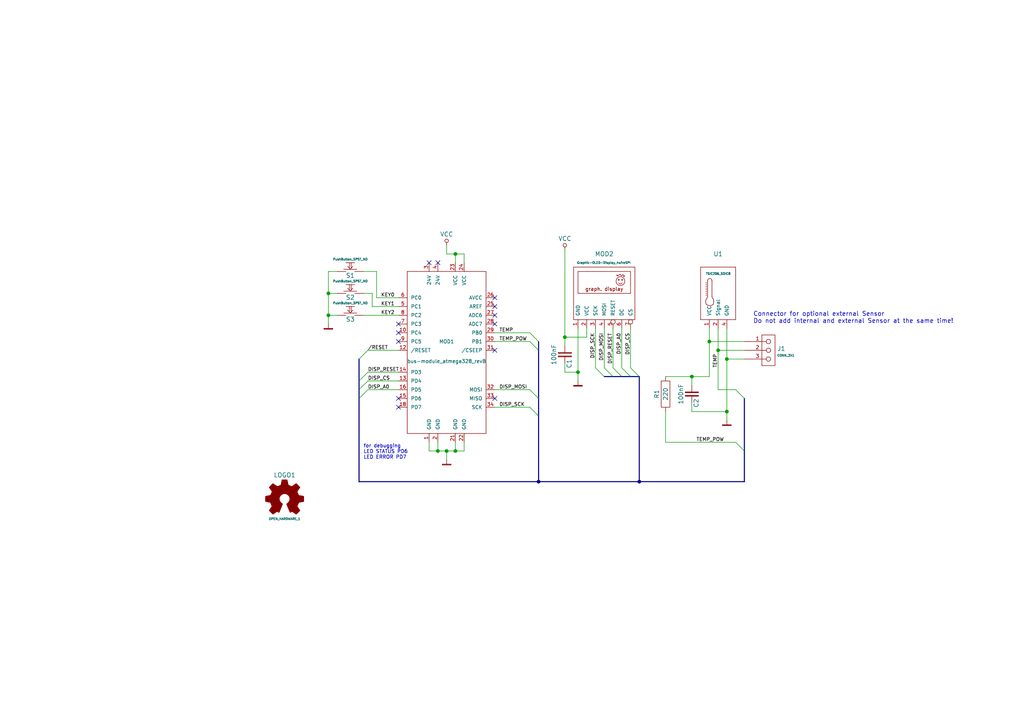
<source format=kicad_sch>
(kicad_sch (version 20211123) (generator eeschema)
  (paper "A4")
  (title_block (title "roomthermostat") (date "2023-10-14") (rev "C") (company "koewiba"))
  (lib_symbols
    (symbol "connectors:CONN_3X1" (pin_names (offset 1.016) hide)
      (property "Reference" "J" (at 1.905 5.715 0))
      (property "Value" "CONN_3X1" (at 4.445 0 90))
      (symbol "CONN_3X1_0_1"
        (rectangle (start 0 4.445) (end 3.81 -4.445))
      )
      (symbol "CONN_3X1_1_1"
        (pin passive inverted (at -5.08 2.54 0) (length 7.62) (name "1") (number "1"))
        (pin passive inverted (at -5.08 0 0) (length 7.62) (name "2") (number "2"))
        (pin input inverted (at -5.08 -2.54 0) (length 7.62) (name "3") (number "3"))
      )
    )
    (symbol "display:Graphic-OLED-Display_4wireSPI" (pin_names (offset 1.016))
      (property "Reference" "MOD" (at -0.127 21.59 0))
      (property "Value" "Graphic-OLED-Display_4wireSPI" (at -0.127 19.05 0))
      (symbol "Graphic-OLED-Display_4wireSPI_0_0"
        (polyline (pts (xy 3.937 15.113) (xy 3.556 15.494) (xy 4.191 15.367) (xy 4.572 15.748) (xy 4.953 15.24) (xy 5.461 15.621) (xy 5.588 15.113) (xy 5.969 15.24) (xy 5.715 14.986)))
        (arc (start 4.191 13.208) (mid 4.699 12.894) (end 5.207 13.208))
        (circle (center 4.191 14.097) (radius 0.1778))
        (circle (center 4.699 13.716) (radius 1.27))
        (circle (center 5.207 14.097) (radius 0.1778))
        (text "graph. display" (at 0 11.43 0) (effects (font (size 1.016 1.016))))
      )
      (symbol "Graphic-OLED-Display_4wireSPI_0_1"
        (rectangle (start -7.62 16.51) (end 7.62 10.16))
        (rectangle (start 8.89 2.54) (end -8.89 17.78))
      )
      (symbol "Graphic-OLED-Display_4wireSPI_1_1"
        (pin input line (at -7.62 0 90) (length 2.54) (name "GND") (number "1"))
        (pin input line (at -5.08 0 90) (length 2.54) (name "VCC") (number "2"))
        (pin input line (at -2.54 0 90) (length 2.54) (name "SCK") (number "3"))
        (pin input line (at 0 0 90) (length 2.54) (name "MOSI") (number "4"))
        (pin input inverted (at 2.54 0 90) (length 2.54) (name "RESET") (number "5"))
        (pin input line (at 5.08 0 90) (length 2.54) (name "DC") (number "6"))
        (pin input inverted (at 7.62 0 90) (length 2.54) (name "CS") (number "7"))
      )
    )
    (symbol "logo:OPEN_HARDWARE_1" (pin_names (offset 1.016))
      (property "Reference" "LOGO" (at 0 6.985 0))
      (property "Value" "OPEN_HARDWARE_1" (at 0 -5.715 0))
      (symbol "OPEN_HARDWARE_1_0_1"
        (polyline (pts (xy 3.3528 -4.3434) (xy 3.302 -4.318) (xy 3.175 -4.2418) (xy 2.9972 -4.1148) (xy 2.7686 -3.9624) (xy 2.54 -3.81) (xy 2.3622 -3.7084) (xy 2.2352 -3.6068) (xy 2.1844 -3.5814) (xy 2.159 -3.6068) (xy 2.0574 -3.6576) (xy 1.905 -3.7338) (xy 1.8034 -3.7846) (xy 1.6764 -3.8354) (xy 1.6002 -3.8354) (xy 1.6002 -3.8354) (xy 1.5494 -3.7338) (xy 1.4732 -3.5306) (xy 1.3462 -3.302) (xy 1.2446 -3.0226) (xy 1.1176 -2.7178) (xy 0.9652 -2.413) (xy 0.8636 -2.1082) (xy 0.7366 -1.8288) (xy 0.6604 -1.6256) (xy 0.6096 -1.4732) (xy 0.5842 -1.397) (xy 0.5842 -1.397) (xy 0.6604 -1.3208) (xy 0.7874 -1.2446) (xy 1.0414 -1.016) (xy 1.2954 -0.6858) (xy 1.4478 -0.3302) (xy 1.524 0.0762) (xy 1.4732 0.4572) (xy 1.3208 0.8128) (xy 1.0668 1.143) (xy 0.762 1.3716) (xy 0.4064 1.524) (xy 0 1.5748) (xy -0.381 1.5494) (xy -0.7366 1.397) (xy -1.0668 1.143) (xy -1.2192 0.9906) (xy -1.397 0.6604) (xy -1.524 0.3048) (xy -1.524 0.2286) (xy -1.4986 -0.1778) (xy -1.397 -0.5334) (xy -1.1938 -0.8636) (xy -0.9144 -1.143) (xy -0.8636 -1.1684) (xy -0.7366 -1.27) (xy -0.635 -1.3462) (xy -0.5842 -1.397) (xy -1.0668 -2.5908) (xy -1.143 -2.794) (xy -1.2954 -3.1242) (xy -1.397 -3.4036) (xy -1.4986 -3.6322) (xy -1.5748 -3.7846) (xy -1.6002 -3.8354) (xy -1.6002 -3.8354) (xy -1.651 -3.8354) (xy -1.7272 -3.81) (xy -1.905 -3.7338) (xy -2.0066 -3.683) (xy -2.1336 -3.6068) (xy -2.2098 -3.5814) (xy -2.2606 -3.6068) (xy -2.3622 -3.683) (xy -2.54 -3.81) (xy -2.7686 -3.9624) (xy -2.9718 -4.0894) (xy -3.1496 -4.2164) (xy -3.302 -4.318) (xy -3.3528 -4.3434) (xy -3.3782 -4.3434) (xy -3.429 -4.318) (xy -3.5306 -4.2164) (xy -3.7084 -4.064) (xy -3.937 -3.8354) (xy -3.9624 -3.81) (xy -4.1656 -3.6068) (xy -4.318 -3.4544) (xy -4.4196 -3.3274) (xy -4.445 -3.2766) (xy -4.445 -3.2766) (xy -4.4196 -3.2258) (xy -4.318 -3.0734) (xy -4.2164 -2.8956) (xy -4.064 -2.667) (xy -3.6576 -2.0828) (xy -3.8862 -1.5494) (xy -3.937 -1.3716) (xy -4.0386 -1.1684) (xy -4.0894 -1.0414) (xy -4.1148 -0.9652) (xy -4.191 -0.9398) (xy -4.318 -0.9144) (xy -4.5466 -0.8636) (xy -4.8006 -0.8128) (xy -5.0546 -0.7874) (xy -5.2578 -0.7366) (xy -5.4356 -0.7112) (xy -5.5118 -0.6858) (xy -5.5118 -0.6858) (xy -5.5372 -0.635) (xy -5.5372 -0.5588) (xy -5.5372 -0.4318) (xy -5.5626 -0.2286) (xy -5.5626 0.0762) (xy -5.5626 0.127) (xy -5.5372 0.4064) (xy -5.5372 0.635) (xy -5.5372 0.762) (xy -5.5372 0.8382) (xy -5.5372 0.8382) (xy -5.461 0.8382) (xy -5.3086 0.889) (xy -5.08 0.9144) (xy -4.826 0.9652) (xy -4.8006 0.9906) (xy -4.5466 1.0414) (xy -4.318 1.0668) (xy -4.1656 1.1176) (xy -4.0894 1.143) (xy -4.0894 1.143) (xy -4.0386 1.2446) (xy -3.9624 1.4224) (xy -3.8608 1.6256) (xy -3.7846 1.8288) (xy -3.7084 2.0066) (xy -3.6576 2.159) (xy -3.6322 2.2098) (xy -3.6322 2.2098) (xy -3.683 2.286) (xy -3.7592 2.413) (xy -3.8862 2.5908) (xy -4.064 2.8194) (xy -4.064 2.8448) (xy -4.2164 3.0734) (xy -4.3434 3.2512) (xy -4.4196 3.3782) (xy -4.445 3.4544) (xy -4.445 3.4544) (xy -4.3942 3.5052) (xy -4.2926 3.6322) (xy -4.1148 3.81) (xy -3.937 4.0132) (xy -3.8608 4.064) (xy -3.6576 4.2926) (xy -3.5052 4.4196) (xy -3.4036 4.4958) (xy -3.3528 4.5212) (xy -3.3528 4.5212) (xy -3.302 4.4704) (xy -3.1496 4.3688) (xy -2.9718 4.2418) (xy -2.7432 4.0894) (xy -2.7178 4.0894) (xy -2.4892 3.937) (xy -2.3114 3.81) (xy -2.1844 3.7084) (xy -2.1336 3.683) (xy -2.1082 3.683) (xy -2.032 3.7084) (xy -1.8542 3.7592) (xy -1.6764 3.8354) (xy -1.4732 3.937) (xy -1.27 4.0132) (xy -1.143 4.064) (xy -1.0668 4.1148) (xy -1.0668 4.1148) (xy -1.0414 4.191) (xy -1.016 4.3434) (xy -0.9652 4.572) (xy -0.9144 4.8514) (xy -0.889 4.9022) (xy -0.8382 5.1562) (xy -0.8128 5.3848) (xy -0.7874 5.5372) (xy -0.762 5.588) (xy -0.7112 5.6134) (xy -0.5842 5.6134) (xy -0.4064 5.6134) (xy -0.1524 5.6134) (xy 0.0762 5.6134) (xy 0.3302 5.6134) (xy 0.5334 5.6134) (xy 0.6858 5.588) (xy 0.7366 5.588) (xy 0.7366 5.588) (xy 0.762 5.5118) (xy 0.8128 5.334) (xy 0.8382 5.1054) (xy 0.9144 4.826) (xy 0.9144 4.7752) (xy 0.9652 4.5212) (xy 1.016 4.2926) (xy 1.0414 4.1402) (xy 1.0668 4.0894) (xy 1.0668 4.0894) (xy 1.1938 4.0386) (xy 1.3716 3.9624) (xy 1.5748 3.8608) (xy 2.0828 3.6576) (xy 2.7178 4.0894) (xy 2.7686 4.1402) (xy 2.9972 4.2926) (xy 3.175 4.4196) (xy 3.302 4.4958) (xy 3.3782 4.5212) (xy 3.3782 4.5212) (xy 3.429 4.4704) (xy 3.556 4.3434) (xy 3.7338 4.191) (xy 3.9116 3.9878) (xy 4.064 3.8354) (xy 4.2418 3.6576) (xy 4.3434 3.556) (xy 4.4196 3.4798) (xy 4.4196 3.429) (xy 4.4196 3.4036) (xy 4.3942 3.3274) (xy 4.2926 3.2004) (xy 4.1656 2.9972) (xy 4.0132 2.794) (xy 3.8862 2.5908) (xy 3.7592 2.3876) (xy 3.6576 2.2352) (xy 3.6322 2.159) (xy 3.6322 2.1336) (xy 3.683 2.0066) (xy 3.7592 1.8288) (xy 3.8608 1.6002) (xy 4.064 1.1176) (xy 4.3942 1.0414) (xy 4.5974 1.016) (xy 4.8768 0.9652) (xy 5.1308 0.9144) (xy 5.5372 0.8382) (xy 5.5626 -0.6604) (xy 5.4864 -0.6858) (xy 5.4356 -0.6858) (xy 5.2832 -0.7366) (xy 5.0546 -0.762) (xy 4.8006 -0.8128) (xy 4.5974 -0.8636) (xy 4.3688 -0.9144) (xy 4.2164 -0.9398) (xy 4.1402 -0.9398) (xy 4.1148 -0.9652) (xy 4.064 -1.0668) (xy 3.9878 -1.2446) (xy 3.9116 -1.4478) (xy 3.81 -1.651) (xy 3.7338 -1.8542) (xy 3.683 -2.0066) (xy 3.6576 -2.0828) (xy 3.683 -2.1336) (xy 3.7846 -2.2606) (xy 3.8862 -2.4638) (xy 4.0386 -2.667) (xy 4.191 -2.8956) (xy 4.318 -3.0734) (xy 4.3942 -3.2004) (xy 4.445 -3.2766) (xy 4.4196 -3.3274) (xy 4.3434 -3.429) (xy 4.1656 -3.5814) (xy 3.937 -3.8354) (xy 3.8862 -3.8608) (xy 3.683 -4.064) (xy 3.5306 -4.2164) (xy 3.4036 -4.318) (xy 3.3528 -4.3434)) (fill (type outline)))
      )
    )
    (symbol "modules:bus-module_atmega328_revB" (pin_names (offset 1.016))
      (property "Reference" "MOD" (at -3.81 -3.81 0))
      (property "Value" "bus-module_atmega328_revB" (at 2.54 0 90))
      (symbol "bus-module_atmega328_revB_0_1"
        (rectangle (start -11.43 -24.13) (end 11.43 22.86))
      )
      (symbol "bus-module_atmega328_revB_1_1"
        (pin power_in line (at -5.08 -26.67 90) (length 2.54) (name "GND") (number "1"))
        (pin input line (at -13.97 5.08 0) (length 2.54) (name "PC4") (number "10"))
        (pin input line (at -13.97 0 0) (length 2.54) (name "/RESET") (number "12"))
        (pin input line (at -13.97 -8.89 0) (length 2.54) (name "PD4") (number "13"))
        (pin input line (at -13.97 -6.35 0) (length 2.54) (name "PD3") (number "14"))
        (pin input line (at -13.97 -13.97 0) (length 2.54) (name "PD6") (number "15"))
        (pin input line (at -13.97 -11.43 0) (length 2.54) (name "PD5") (number "16"))
        (pin input line (at -13.97 -16.51 0) (length 2.54) (name "PD7") (number "18"))
        (pin power_in line (at -2.54 -26.67 90) (length 2.54) (name "GND") (number "2"))
        (pin power_in line (at 2.54 -26.67 90) (length 2.54) (name "GND") (number "21"))
        (pin power_in line (at 5.08 -26.67 90) (length 2.54) (name "GND") (number "22"))
        (pin power_out line (at 2.54 25.4 270) (length 2.54) (name "VCC") (number "23"))
        (pin output line (at 5.08 25.4 270) (length 2.54) (name "VCC") (number "24"))
        (pin power_out line (at 13.97 12.7 180) (length 2.54) (name "AREF") (number "25"))
        (pin power_out line (at 13.97 15.24 180) (length 2.54) (name "AVCC") (number "26"))
        (pin input line (at 13.97 10.16 180) (length 2.54) (name "ADC6") (number "27"))
        (pin input line (at 13.97 7.62 180) (length 2.54) (name "ADC7") (number "28"))
        (pin input line (at 13.97 5.08 180) (length 2.54) (name "PB0") (number "29"))
        (pin power_out line (at -5.08 25.4 270) (length 2.54) (name "24V") (number "3"))
        (pin input line (at 13.97 2.54 180) (length 2.54) (name "PB1") (number "30"))
        (pin input line (at 13.97 0 180) (length 2.54) (name "/CSEEP") (number "31"))
        (pin input line (at 13.97 -11.43 180) (length 2.54) (name "MOSI") (number "32"))
        (pin input line (at 13.97 -13.97 180) (length 2.54) (name "MISO") (number "33"))
        (pin input line (at 13.97 -16.51 180) (length 2.54) (name "SCK") (number "34"))
        (pin power_out line (at -2.54 25.4 270) (length 2.54) (name "24V") (number "4"))
        (pin input line (at -13.97 12.7 0) (length 2.54) (name "PC1") (number "5"))
        (pin input line (at -13.97 15.24 0) (length 2.54) (name "PC0") (number "6"))
        (pin input line (at -13.97 7.62 0) (length 2.54) (name "PC3") (number "7"))
        (pin input line (at -13.97 10.16 0) (length 2.54) (name "PC2") (number "8"))
        (pin input line (at -13.97 2.54 0) (length 2.54) (name "PC5") (number "9"))
      )
    )
    (symbol "power:GND" (power) (pin_names (offset 0.254))
      (symbol "GND_0_1"
        (polyline (pts (xy 0 0) (xy 0 -1.27) (xy 0 -1.27)))
        (polyline (pts (xy 1.27 -1.397) (xy -1.27 -1.397) (xy -1.27 -1.397)))
        (polyline (pts (xy 1.27 -1.27) (xy -1.27 -1.27) (xy -1.27 -1.27)))
        (polyline (pts (xy 1.27 -1.27) (xy 1.27 -1.524) (xy -1.27 -1.524) (xy -1.27 -1.27) (xy -1.27 -1.27)))
      )
      (symbol "GND_1_1"
        (pin power_in line (at 0 0 90) (length 0) hide (name "GND") (number "1"))
      )
    )
    (symbol "power:VCC" (power) (pin_names (offset 0))
      (property "Value" "VCC" (at 0 2.54 0))
      (symbol "VCC_0_0"
        (pin power_in line (at 0 0 90) (length 0) hide (name "VCC") (number "1"))
      )
      (symbol "VCC_0_1"
        (polyline (pts (xy 0 0) (xy 0 0.762) (xy 0 0.762)))
        (circle (center 0 1.27) (radius 0.508))
      )
    )
    (symbol "sensors:TSIC206_SOIC8" (pin_names (offset 1.016))
      (property "Reference" "U" (at 0 8.89 0))
      (property "Value" "TSIC206_SOIC8" (at 0 5.715 0))
      (symbol "TSIC206_SOIC8_0_1"
        (arc (start -3.429 -3.175) (mid -2.413 -3.5613) (end -1.397 -3.175))
        (arc (start -3.429 -1.651) (mid -3.5964 -2.413) (end -3.429 -3.175))
        (arc (start -3.429 -1.651) (mid -3.1686 -1.3049) (end -3.048 -0.889))
        (arc (start -1.778 -0.889) (mid -1.6496 -1.301) (end -1.397 -1.651))
        (arc (start -1.778 3.683) (mid -2.413 4.318) (end -3.048 3.683))
        (arc (start -1.397 -3.175) (mid -1.2588 -2.413) (end -1.397 -1.651))
        (polyline (pts (xy -3.302 -0.508) (xy -3.556 -0.508)))
        (polyline (pts (xy -3.302 0) (xy -3.556 0)))
        (polyline (pts (xy -3.302 0.508) (xy -3.556 0.508)))
        (polyline (pts (xy -3.302 1.016) (xy -3.556 1.016)))
        (polyline (pts (xy -3.302 1.524) (xy -3.556 1.524)))
        (polyline (pts (xy -3.302 2.032) (xy -3.556 2.032)))
        (polyline (pts (xy -3.302 2.54) (xy -3.556 2.54)))
        (polyline (pts (xy -3.302 3.048) (xy -3.556 3.048)))
        (polyline (pts (xy -3.048 3.683) (xy -3.048 -0.889)))
        (polyline (pts (xy -1.778 3.683) (xy -1.778 -0.889)))
        (rectangle (start 5.08 -7.62) (end -5.08 7.62))
      )
      (symbol "TSIC206_SOIC8_1_1"
        (pin power_in line (at -2.54 -10.16 90) (length 2.54) (name "VCC") (number "1"))
        (pin output line (at 0 -10.16 90) (length 2.54) (name "Signal") (number "2"))
        (pin output line (at 2.54 -10.16 90) (length 2.54) (name "GND") (number "4"))
      )
    )
    (symbol "standard:C" (pin_numbers hide) (pin_names (offset 1.016) hide)
      (property "Reference" "C" (at 1.27 1.27 0))
      (property "Value" "C" (at 0 -3.175 0))
      (symbol "C_0_1"
        (polyline (pts (xy -0.508 -1.905) (xy -0.508 1.905) (xy -0.508 1.905)))
        (polyline (pts (xy -0.381 -1.905) (xy -0.635 -1.905) (xy -0.635 -1.905)))
        (polyline (pts (xy -0.381 1.905) (xy -0.635 1.905) (xy -0.635 1.905)))
        (polyline (pts (xy -0.381 1.905) (xy -0.381 -1.905) (xy -0.381 -1.905)))
        (polyline (pts (xy 0.381 1.905) (xy 0.381 -1.905) (xy 0.381 -1.905)))
        (polyline (pts (xy 0.508 -1.905) (xy 0.508 1.905) (xy 0.508 1.905)))
        (polyline (pts (xy 0.635 -1.905) (xy 0.381 -1.905) (xy 0.381 -1.905)))
        (polyline (pts (xy 0.635 -1.905) (xy 0.635 1.905) (xy 0.635 1.905)))
        (polyline (pts (xy 0.635 1.905) (xy 0.381 1.905) (xy 0.381 1.905)))
        (polyline (pts (xy -0.635 1.905) (xy -0.635 -1.905) (xy -0.635 -1.905) (xy -0.635 -1.905)))
      )
      (symbol "C_1_1"
        (pin input line (at -2.54 0 0) (length 1.905) (name "1") (number "1"))
        (pin input line (at 2.54 0 180) (length 1.905) (name "2") (number "2"))
      )
    )
    (symbol "standard:PushButton_SPST_NO" (pin_numbers hide) (pin_names (offset 0) hide)
      (property "Reference" "SW" (at 3.81 -1.905 0))
      (property "Value" "PushButton_SPST_NO" (at 3.81 3.175 0))
      (symbol "PushButton_SPST_NO_0_1"
        (polyline (pts (xy 1.905 0.635) (xy 5.715 0.635)))
        (polyline (pts (xy 2.54 2.54) (xy 5.08 2.54)))
        (polyline (pts (xy 3.556 1.016) (xy 3.556 2.54)))
        (polyline (pts (xy 3.81 0.635) (xy 3.048 1.524)))
        (polyline (pts (xy 3.81 0.635) (xy 4.572 1.524)))
        (polyline (pts (xy 4.064 1.016) (xy 4.064 2.54)))
      )
      (symbol "PushButton_SPST_NO_1_1"
        (pin input line (at 0 0 0) (length 2.54) (name "~") (number "1"))
        (pin input line (at 7.62 0 180) (length 2.54) (name "~") (number "2"))
      )
    )
    (symbol "standard:R" (pin_numbers hide) (pin_names (offset 1.016) hide)
      (property "Reference" "R" (at 0 -2.54 0))
      (property "Value" "R" (at 0 0 0))
      (symbol "R_0_1"
        (rectangle (start -3.81 1.27) (end 3.81 -1.27))
      )
      (symbol "R_1_1"
        (pin passive line (at -5.08 0 0) (length 1.27) (name "1") (number "1"))
        (pin passive line (at 5.08 0 180) (length 1.27) (name "2") (number "2"))
      )
    )
  )
  (junction (at 95.25 85.09))
  (junction (at 167.64 107.95))
  (junction (at 132.08 73.66))
  (junction (at 208.28 101.6))
  (junction (at 129.54 130.81))
  (junction (at 210.82 104.14))
  (junction (at 163.83 97.79))
  (junction (at 185.42 139.7))
  (junction (at 132.08 130.81))
  (junction (at 127 130.81))
  (junction (at 205.74 99.06))
  (junction (at 156.21 139.7))
  (junction (at 200.66 109.22))
  (junction (at 210.82 119.38))
  (junction (at 95.25 91.44))
  (no_connect (at 115.57 115.57))
  (no_connect (at 115.57 118.11))
  (no_connect (at 127 76.2))
  (no_connect (at 115.57 96.52))
  (no_connect (at 143.51 86.36))
  (no_connect (at 115.57 99.06))
  (no_connect (at 143.51 101.6))
  (no_connect (at 143.51 91.44))
  (no_connect (at 143.51 93.98))
  (no_connect (at 143.51 88.9))
  (no_connect (at 143.51 115.57))
  (no_connect (at 124.46 76.2))
  (no_connect (at 115.57 93.98))
  (bus_entry (at 104.14 104.14) (size 2.54 -2.54))
  (bus_entry (at 104.14 113.03) (size 2.54 -2.54))
  (bus_entry (at 153.67 96.52) (size 2.54 2.54))
  (bus_entry (at 177.8 106.68) (size 2.54 2.54))
  (bus_entry (at 153.67 99.06) (size 2.54 2.54))
  (bus_entry (at 104.14 110.49) (size 2.54 -2.54))
  (bus_entry (at 175.26 106.68) (size 2.54 2.54))
  (bus_entry (at 213.36 113.03) (size 2.54 2.54))
  (bus_entry (at 213.36 128.27) (size 2.54 2.54))
  (bus_entry (at 182.88 106.68) (size 2.54 2.54))
  (bus_entry (at 104.14 115.57) (size 2.54 -2.54))
  (bus_entry (at 180.34 106.68) (size 2.54 2.54))
  (bus_entry (at 172.72 106.68) (size 2.54 2.54))
  (bus_entry (at 153.67 113.03) (size 2.54 2.54))
  (bus_entry (at 153.67 118.11) (size 2.54 2.54))
  (wire (pts (xy 205.74 99.06) (xy 205.74 95.25)))
  (wire (pts (xy 210.82 104.14) (xy 210.82 119.38)))
  (wire (pts (xy 177.8 95.25) (xy 177.8 106.68)))
  (wire (pts (xy 115.57 86.36) (xy 109.22 86.36)))
  (wire (pts (xy 143.51 99.06) (xy 153.67 99.06)))
  (wire (pts (xy 127 128.27) (xy 127 130.81)))
  (wire (pts (xy 115.57 107.95) (xy 106.68 107.95)))
  (wire (pts (xy 163.83 107.95) (xy 167.64 107.95)))
  (wire (pts (xy 200.66 116.84) (xy 200.66 119.38)))
  (wire (pts (xy 129.54 130.81) (xy 129.54 133.35)))
  (bus (pts (xy 104.14 139.7) (xy 156.21 139.7)))
  (wire (pts (xy 215.9 104.14) (xy 210.82 104.14)))
  (bus (pts (xy 104.14 115.57) (xy 104.14 139.7)))
  (bus (pts (xy 156.21 101.6) (xy 156.21 115.57)))
  (wire (pts (xy 200.66 119.38) (xy 210.82 119.38)))
  (wire (pts (xy 115.57 88.9) (xy 107.95 88.9)))
  (bus (pts (xy 156.21 120.65) (xy 156.21 139.7)))
  (wire (pts (xy 134.62 130.81) (xy 132.08 130.81)))
  (bus (pts (xy 104.14 110.49) (xy 104.14 113.03)))
  (wire (pts (xy 107.95 85.09) (xy 105.41 85.09)))
  (wire (pts (xy 143.51 96.52) (xy 153.67 96.52)))
  (bus (pts (xy 104.14 113.03) (xy 104.14 115.57)))
  (wire (pts (xy 208.28 113.03) (xy 213.36 113.03)))
  (wire (pts (xy 134.62 73.66) (xy 134.62 76.2)))
  (wire (pts (xy 215.9 101.6) (xy 208.28 101.6)))
  (wire (pts (xy 193.04 128.27) (xy 213.36 128.27)))
  (wire (pts (xy 163.83 72.39) (xy 163.83 97.79)))
  (wire (pts (xy 129.54 73.66) (xy 132.08 73.66)))
  (wire (pts (xy 200.66 109.22) (xy 200.66 111.76)))
  (wire (pts (xy 205.74 109.22) (xy 200.66 109.22)))
  (wire (pts (xy 95.25 91.44) (xy 95.25 93.98)))
  (wire (pts (xy 143.51 118.11) (xy 153.67 118.11)))
  (bus (pts (xy 156.21 115.57) (xy 156.21 120.65)))
  (bus (pts (xy 175.26 109.22) (xy 177.8 109.22)))
  (wire (pts (xy 163.83 105.41) (xy 163.83 107.95)))
  (wire (pts (xy 208.28 101.6) (xy 208.28 113.03)))
  (wire (pts (xy 215.9 99.06) (xy 205.74 99.06)))
  (bus (pts (xy 185.42 139.7) (xy 215.9 139.7)))
  (wire (pts (xy 107.95 88.9) (xy 107.95 85.09)))
  (bus (pts (xy 185.42 109.22) (xy 185.42 139.7)))
  (wire (pts (xy 180.34 95.25) (xy 180.34 106.68)))
  (wire (pts (xy 167.64 95.25) (xy 167.64 107.95)))
  (wire (pts (xy 127 130.81) (xy 124.46 130.81)))
  (wire (pts (xy 109.22 86.36) (xy 109.22 78.74)))
  (wire (pts (xy 167.64 107.95) (xy 167.64 110.49)))
  (wire (pts (xy 170.18 95.25) (xy 170.18 97.79)))
  (wire (pts (xy 175.26 95.25) (xy 175.26 106.68)))
  (wire (pts (xy 193.04 109.22) (xy 200.66 109.22)))
  (wire (pts (xy 172.72 95.25) (xy 172.72 106.68)))
  (wire (pts (xy 163.83 97.79) (xy 163.83 100.33)))
  (wire (pts (xy 124.46 128.27) (xy 124.46 130.81)))
  (bus (pts (xy 156.21 139.7) (xy 185.42 139.7)))
  (bus (pts (xy 180.34 109.22) (xy 182.88 109.22)))
  (wire (pts (xy 115.57 110.49) (xy 106.68 110.49)))
  (wire (pts (xy 132.08 128.27) (xy 132.08 130.81)))
  (wire (pts (xy 134.62 128.27) (xy 134.62 130.81)))
  (wire (pts (xy 97.79 91.44) (xy 95.25 91.44)))
  (wire (pts (xy 143.51 113.03) (xy 153.67 113.03)))
  (wire (pts (xy 208.28 101.6) (xy 208.28 95.25)))
  (bus (pts (xy 215.9 130.81) (xy 215.9 139.7)))
  (wire (pts (xy 132.08 73.66) (xy 134.62 73.66)))
  (wire (pts (xy 109.22 78.74) (xy 105.41 78.74)))
  (bus (pts (xy 177.8 109.22) (xy 180.34 109.22)))
  (wire (pts (xy 132.08 76.2) (xy 132.08 73.66)))
  (wire (pts (xy 205.74 99.06) (xy 205.74 109.22)))
  (wire (pts (xy 129.54 130.81) (xy 127 130.81)))
  (bus (pts (xy 182.88 109.22) (xy 185.42 109.22)))
  (wire (pts (xy 97.79 85.09) (xy 95.25 85.09)))
  (wire (pts (xy 115.57 113.03) (xy 106.68 113.03)))
  (wire (pts (xy 210.82 119.38) (xy 210.82 121.92)))
  (wire (pts (xy 182.88 95.25) (xy 182.88 106.68)))
  (wire (pts (xy 95.25 78.74) (xy 95.25 85.09)))
  (bus (pts (xy 215.9 115.57) (xy 215.9 130.81)))
  (wire (pts (xy 95.25 85.09) (xy 95.25 91.44)))
  (wire (pts (xy 210.82 104.14) (xy 210.82 95.25)))
  (wire (pts (xy 132.08 130.81) (xy 129.54 130.81)))
  (wire (pts (xy 115.57 91.44) (xy 105.41 91.44)))
  (bus (pts (xy 104.14 104.14) (xy 104.14 110.49)))
  (bus (pts (xy 156.21 99.06) (xy 156.21 101.6)))
  (wire (pts (xy 97.79 78.74) (xy 95.25 78.74)))
  (wire (pts (xy 115.57 101.6) (xy 106.68 101.6)))
  (wire (pts (xy 193.04 119.38) (xy 193.04 128.27)))
  (wire (pts (xy 129.54 71.12) (xy 129.54 73.66)))
  (wire (pts (xy 170.18 97.79) (xy 163.83 97.79)))
  (text "for debugging\nLED STATUS PD6\nLED ERROR PD7" (at 105.41 133.35 0) (effects (font (size 1.016 1.016)) (justify left bottom)))
  (text "Connector for optional external Sensor\nDo not add internal and external Sensor at the same time!" (at 218.44 93.98 0) (effects (font (size 1.27 1.27)) (justify left bottom)))
  (label "KEY1" (at 110.49 88.9 0) (effects (font (size 1.016 1.016))))
  (label "DISP_RESET" (at 177.8 96.52 270) (effects (font (size 1.016 1.016))))
  (label "TEMP" (at 208.28 106.68 90) (effects (font (size 1.016 1.016))))
  (label "DISP_SCK" (at 144.78 118.11 0) (effects (font (size 1.016 1.016))))
  (label "DISP_A0" (at 106.68 113.03 0) (effects (font (size 1.016 1.016))))
  (label "DISP_CS" (at 182.88 96.52 270) (effects (font (size 1.016 1.016))))
  (label "DISP_CS" (at 106.68 110.49 0) (effects (font (size 1.016 1.016))))
  (label "KEY2" (at 110.49 91.44 0) (effects (font (size 1.016 1.016))))
  (label "DISP_RESET" (at 106.68 107.95 0) (effects (font (size 1.016 1.016))))
  (label "DISP_MOSI" (at 175.26 96.52 270) (effects (font (size 1.016 1.016))))
  (label "KEY0" (at 110.49 86.36 0) (effects (font (size 1.016 1.016))))
  (label "DISP_SCK" (at 172.72 96.52 270) (effects (font (size 1.016 1.016))))
  (label "TEMP_POW" (at 201.93 128.27 0) (effects (font (size 1.016 1.016))))
  (label "TEMP_POW" (at 144.78 99.06 0) (effects (font (size 1.016 1.016))))
  (label "TEMP" (at 144.78 96.52 0) (effects (font (size 1.016 1.016))))
  (label "DISP_A0" (at 180.34 96.52 270) (effects (font (size 1.016 1.016))))
  (label "DISP_MOSI" (at 144.78 113.03 0) (effects (font (size 1.016 1.016))))
  (label "/RESET" (at 106.68 101.6 0) (effects (font (size 1.016 1.016))))
  (symbol (lib_id "power:GND") (at 129.54 133.35 0) (unit 1)
    (property "Reference" "#PWR01" (effects hide))
    (property "Value" "GND" (effects hide))
  )
  (symbol (lib_id "power:VCC") (at 129.54 71.12 0) (unit 1)
    (property "Reference" "#PWR02" (effects hide))
    (property "Value" "VCC" (at 129.54 67.945 0))
  )
  (symbol (lib_id "sensors:TSIC206_SOIC8") (at 208.28 85.09 0) (unit 1)
    (property "Reference" "U1" (at 208.28 73.66 0))
    (property "Value" "TSIC206_SOIC8" (at 208.28 79.375 0) (effects (font (size 0.635 0.635))))
    (property "Footprint" "Housings_SOIC:SO8E" (effects hide))
  )
  (symbol (lib_id "display:Graphic-OLED-Display_4wireSPI") (at 175.26 95.25 0) (unit 1)
    (property "Reference" "MOD2" (at 175.26 73.66 0))
    (property "Value" "Graphic-OLED-Display_4wireSPI" (at 175.133 76.2 0) (effects (font (size 0.635 0.635))))
    (property "Footprint" "Display:GraphDisplay_1_OLED_27x27,5mm_030072BA" (effects hide))
  )
  (symbol (lib_id "standard:C") (at 163.83 102.87 270) (unit 1)
    (property "Reference" "C1" (at 165.1 104.14 0) (effects (justify left)))
    (property "Value" "100nF" (at 160.655 102.87 0))
    (property "Footprint" "Capacitors_SMD:C_0805" (effects hide))
  )
  (symbol (lib_id "standard:C") (at 200.66 114.3 270) (unit 1)
    (property "Reference" "C2" (at 201.93 115.57 0) (effects (justify left)))
    (property "Value" "100nF" (at 197.485 114.3 0))
    (property "Footprint" "Capacitors_SMD:C_0805" (effects hide))
  )
  (symbol (lib_id "power:GND") (at 167.64 110.49 0) (unit 1)
    (property "Reference" "#PWR03" (effects hide))
    (property "Value" "GND" (effects hide))
  )
  (symbol (lib_id "power:GND") (at 210.82 121.92 0) (unit 1)
    (property "Reference" "#PWR04" (effects hide))
    (property "Value" "GND" (effects hide))
  )
  (symbol (lib_id "power:VCC") (at 163.83 72.39 0) (unit 1)
    (property "Reference" "#PWR06" (effects hide))
    (property "Value" "VCC" (at 163.83 69.215 0))
  )
  (symbol (lib_id "standard:PushButton_SPST_NO") (at 97.79 78.74 0) (unit 1)
    (property "Reference" "S1" (at 101.6 80.645 0) (effects (justify bottom)))
    (property "Value" "PushButton_SPST_NO" (at 101.6 75.565 0) (effects (font (size 0.635 0.635)) (justify bottom)))
    (property "Footprint" "Switch_Miscelleaneus:PushButton_SPST_SMD_JTP-1138_BacksideMount" (effects hide))
  )
  (symbol (lib_id "standard:PushButton_SPST_NO") (at 97.79 85.09 0) (unit 1)
    (property "Reference" "S2" (at 101.6 86.995 0) (effects (justify bottom)))
    (property "Value" "PushButton_SPST_NO" (at 101.6 81.915 0) (effects (font (size 0.635 0.635)) (justify bottom)))
    (property "Footprint" "Switch_Miscelleaneus:PushButton_SPST_SMD_JTP-1138_BacksideMount" (effects hide))
  )
  (symbol (lib_id "standard:PushButton_SPST_NO") (at 97.79 91.44 0) (unit 1)
    (property "Reference" "S3" (at 101.6 93.345 0) (effects (justify bottom)))
    (property "Value" "PushButton_SPST_NO" (at 101.6 88.265 0) (effects (font (size 0.635 0.635)) (justify bottom)))
    (property "Footprint" "Switch_Miscelleaneus:PushButton_SPST_SMD_JTP-1138_BacksideMount" (effects hide))
  )
  (symbol (lib_id "power:GND") (at 95.25 93.98 0) (unit 1)
    (property "Reference" "#PWR07" (effects hide))
    (property "Value" "GND" (effects hide))
  )
  (symbol (lib_id "logo:OPEN_HARDWARE_1") (at 82.55 144.78 0) (unit 1)
    (property "Reference" "LOGO1" (at 82.55 137.795 0))
    (property "Value" "OPEN_HARDWARE_1" (at 82.55 150.495 0) (effects (font (size 0.635 0.635))))
    (property "Footprint" "Symbol:Symbol_OSHW-Logo_Copper" (effects hide))
  )
  (symbol (lib_id "modules:bus-module_atmega328_revB") (at 129.54 101.6 0) (unit 1)
    (property "Reference" "MOD1" (at 129.54 99.06 0) (effects (font (size 1.016 1.016))))
    (property "Value" "bus-module_atmega328_revB" (at 129.54 104.775 0) (effects (font (size 1.016 1.016))))
    (property "Footprint" "Modules:bus-module_atmega328" (effects hide))
  )
  (symbol (lib_id "standard:R") (at 193.04 114.3 270) (unit 1)
    (property "Reference" "R1" (at 190.5 114.3 0))
    (property "Value" "220" (at 193.04 114.3 0))
    (property "Footprint" "Resistor:R_0805" (effects hide))
  )
  (symbol (lib_id "connectors:CONN_3X1") (at 220.98 101.6 0) (unit 1)
    (property "Reference" "J1" (at 225.425 101.1191 0) (effects (justify left)))
    (property "Value" "CONN_3X1" (at 225.425 103.0854 0) (effects (font (size 0.635 0.635)) (justify left)))
    (property "Footprint" "Connector_Header:HEADER_3x1" (effects hide))
  )
)
</source>
